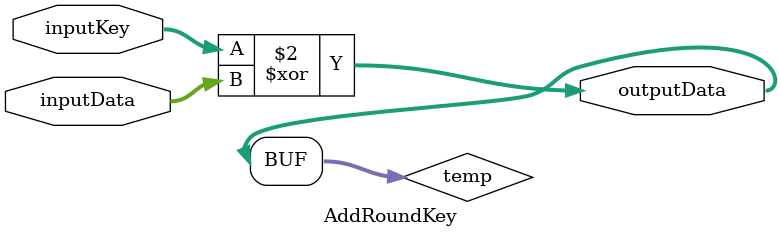
<source format=v>
`timescale 1ns / 1ps
module AddRoundKey(
   	 input [127:0] inputKey,
   	 input [127:0] inputData,
   	 output [127:0] outputData
    );
	 reg[127:0] temp;//temporarily holds the output
	 always @(inputData)//whenever different data is detected, the output data is recalculated
	 begin
		  temp = inputKey ^ inputData;//assigns it to the output register
	 end
	 
	 assign outputData = temp;

endmodule

</source>
